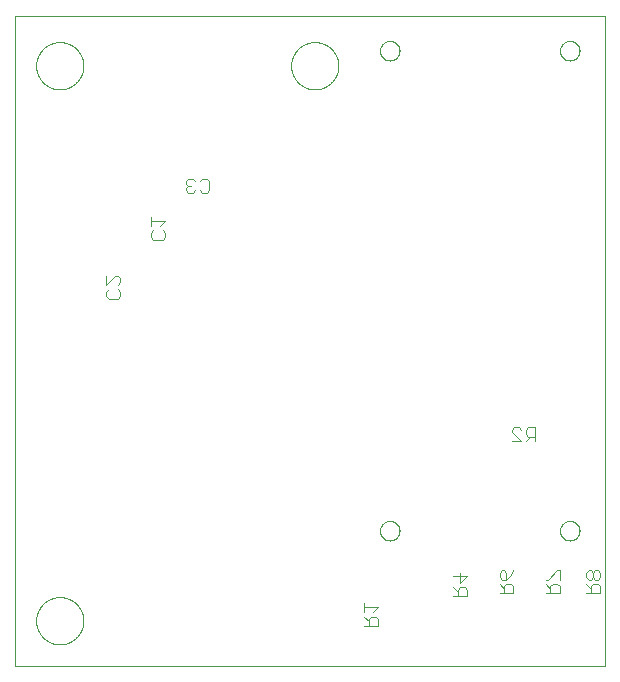
<source format=gbo>
G75*
%MOIN*%
%OFA0B0*%
%FSLAX25Y25*%
%IPPOS*%
%LPD*%
%AMOC8*
5,1,8,0,0,1.08239X$1,22.5*
%
%ADD10C,0.00000*%
%ADD11C,0.00400*%
D10*
X0001425Y0001000D02*
X0001425Y0217535D01*
X0198276Y0217535D01*
X0198276Y0001000D01*
X0001425Y0001000D01*
X0008551Y0016000D02*
X0008553Y0016193D01*
X0008560Y0016386D01*
X0008572Y0016579D01*
X0008589Y0016772D01*
X0008610Y0016964D01*
X0008636Y0017155D01*
X0008667Y0017346D01*
X0008702Y0017536D01*
X0008742Y0017725D01*
X0008787Y0017913D01*
X0008836Y0018100D01*
X0008890Y0018286D01*
X0008948Y0018470D01*
X0009011Y0018653D01*
X0009079Y0018834D01*
X0009150Y0019013D01*
X0009227Y0019191D01*
X0009307Y0019367D01*
X0009392Y0019540D01*
X0009481Y0019712D01*
X0009574Y0019881D01*
X0009671Y0020048D01*
X0009773Y0020213D01*
X0009878Y0020375D01*
X0009987Y0020534D01*
X0010101Y0020691D01*
X0010218Y0020844D01*
X0010338Y0020995D01*
X0010463Y0021143D01*
X0010591Y0021288D01*
X0010722Y0021429D01*
X0010857Y0021568D01*
X0010996Y0021703D01*
X0011137Y0021834D01*
X0011282Y0021962D01*
X0011430Y0022087D01*
X0011581Y0022207D01*
X0011734Y0022324D01*
X0011891Y0022438D01*
X0012050Y0022547D01*
X0012212Y0022652D01*
X0012377Y0022754D01*
X0012544Y0022851D01*
X0012713Y0022944D01*
X0012885Y0023033D01*
X0013058Y0023118D01*
X0013234Y0023198D01*
X0013412Y0023275D01*
X0013591Y0023346D01*
X0013772Y0023414D01*
X0013955Y0023477D01*
X0014139Y0023535D01*
X0014325Y0023589D01*
X0014512Y0023638D01*
X0014700Y0023683D01*
X0014889Y0023723D01*
X0015079Y0023758D01*
X0015270Y0023789D01*
X0015461Y0023815D01*
X0015653Y0023836D01*
X0015846Y0023853D01*
X0016039Y0023865D01*
X0016232Y0023872D01*
X0016425Y0023874D01*
X0016618Y0023872D01*
X0016811Y0023865D01*
X0017004Y0023853D01*
X0017197Y0023836D01*
X0017389Y0023815D01*
X0017580Y0023789D01*
X0017771Y0023758D01*
X0017961Y0023723D01*
X0018150Y0023683D01*
X0018338Y0023638D01*
X0018525Y0023589D01*
X0018711Y0023535D01*
X0018895Y0023477D01*
X0019078Y0023414D01*
X0019259Y0023346D01*
X0019438Y0023275D01*
X0019616Y0023198D01*
X0019792Y0023118D01*
X0019965Y0023033D01*
X0020137Y0022944D01*
X0020306Y0022851D01*
X0020473Y0022754D01*
X0020638Y0022652D01*
X0020800Y0022547D01*
X0020959Y0022438D01*
X0021116Y0022324D01*
X0021269Y0022207D01*
X0021420Y0022087D01*
X0021568Y0021962D01*
X0021713Y0021834D01*
X0021854Y0021703D01*
X0021993Y0021568D01*
X0022128Y0021429D01*
X0022259Y0021288D01*
X0022387Y0021143D01*
X0022512Y0020995D01*
X0022632Y0020844D01*
X0022749Y0020691D01*
X0022863Y0020534D01*
X0022972Y0020375D01*
X0023077Y0020213D01*
X0023179Y0020048D01*
X0023276Y0019881D01*
X0023369Y0019712D01*
X0023458Y0019540D01*
X0023543Y0019367D01*
X0023623Y0019191D01*
X0023700Y0019013D01*
X0023771Y0018834D01*
X0023839Y0018653D01*
X0023902Y0018470D01*
X0023960Y0018286D01*
X0024014Y0018100D01*
X0024063Y0017913D01*
X0024108Y0017725D01*
X0024148Y0017536D01*
X0024183Y0017346D01*
X0024214Y0017155D01*
X0024240Y0016964D01*
X0024261Y0016772D01*
X0024278Y0016579D01*
X0024290Y0016386D01*
X0024297Y0016193D01*
X0024299Y0016000D01*
X0024297Y0015807D01*
X0024290Y0015614D01*
X0024278Y0015421D01*
X0024261Y0015228D01*
X0024240Y0015036D01*
X0024214Y0014845D01*
X0024183Y0014654D01*
X0024148Y0014464D01*
X0024108Y0014275D01*
X0024063Y0014087D01*
X0024014Y0013900D01*
X0023960Y0013714D01*
X0023902Y0013530D01*
X0023839Y0013347D01*
X0023771Y0013166D01*
X0023700Y0012987D01*
X0023623Y0012809D01*
X0023543Y0012633D01*
X0023458Y0012460D01*
X0023369Y0012288D01*
X0023276Y0012119D01*
X0023179Y0011952D01*
X0023077Y0011787D01*
X0022972Y0011625D01*
X0022863Y0011466D01*
X0022749Y0011309D01*
X0022632Y0011156D01*
X0022512Y0011005D01*
X0022387Y0010857D01*
X0022259Y0010712D01*
X0022128Y0010571D01*
X0021993Y0010432D01*
X0021854Y0010297D01*
X0021713Y0010166D01*
X0021568Y0010038D01*
X0021420Y0009913D01*
X0021269Y0009793D01*
X0021116Y0009676D01*
X0020959Y0009562D01*
X0020800Y0009453D01*
X0020638Y0009348D01*
X0020473Y0009246D01*
X0020306Y0009149D01*
X0020137Y0009056D01*
X0019965Y0008967D01*
X0019792Y0008882D01*
X0019616Y0008802D01*
X0019438Y0008725D01*
X0019259Y0008654D01*
X0019078Y0008586D01*
X0018895Y0008523D01*
X0018711Y0008465D01*
X0018525Y0008411D01*
X0018338Y0008362D01*
X0018150Y0008317D01*
X0017961Y0008277D01*
X0017771Y0008242D01*
X0017580Y0008211D01*
X0017389Y0008185D01*
X0017197Y0008164D01*
X0017004Y0008147D01*
X0016811Y0008135D01*
X0016618Y0008128D01*
X0016425Y0008126D01*
X0016232Y0008128D01*
X0016039Y0008135D01*
X0015846Y0008147D01*
X0015653Y0008164D01*
X0015461Y0008185D01*
X0015270Y0008211D01*
X0015079Y0008242D01*
X0014889Y0008277D01*
X0014700Y0008317D01*
X0014512Y0008362D01*
X0014325Y0008411D01*
X0014139Y0008465D01*
X0013955Y0008523D01*
X0013772Y0008586D01*
X0013591Y0008654D01*
X0013412Y0008725D01*
X0013234Y0008802D01*
X0013058Y0008882D01*
X0012885Y0008967D01*
X0012713Y0009056D01*
X0012544Y0009149D01*
X0012377Y0009246D01*
X0012212Y0009348D01*
X0012050Y0009453D01*
X0011891Y0009562D01*
X0011734Y0009676D01*
X0011581Y0009793D01*
X0011430Y0009913D01*
X0011282Y0010038D01*
X0011137Y0010166D01*
X0010996Y0010297D01*
X0010857Y0010432D01*
X0010722Y0010571D01*
X0010591Y0010712D01*
X0010463Y0010857D01*
X0010338Y0011005D01*
X0010218Y0011156D01*
X0010101Y0011309D01*
X0009987Y0011466D01*
X0009878Y0011625D01*
X0009773Y0011787D01*
X0009671Y0011952D01*
X0009574Y0012119D01*
X0009481Y0012288D01*
X0009392Y0012460D01*
X0009307Y0012633D01*
X0009227Y0012809D01*
X0009150Y0012987D01*
X0009079Y0013166D01*
X0009011Y0013347D01*
X0008948Y0013530D01*
X0008890Y0013714D01*
X0008836Y0013900D01*
X0008787Y0014087D01*
X0008742Y0014275D01*
X0008702Y0014464D01*
X0008667Y0014654D01*
X0008636Y0014845D01*
X0008610Y0015036D01*
X0008589Y0015228D01*
X0008572Y0015421D01*
X0008560Y0015614D01*
X0008553Y0015807D01*
X0008551Y0016000D01*
X0123175Y0046000D02*
X0123177Y0046113D01*
X0123183Y0046227D01*
X0123193Y0046340D01*
X0123207Y0046452D01*
X0123224Y0046564D01*
X0123246Y0046676D01*
X0123272Y0046786D01*
X0123301Y0046896D01*
X0123334Y0047004D01*
X0123371Y0047112D01*
X0123412Y0047217D01*
X0123456Y0047322D01*
X0123504Y0047425D01*
X0123555Y0047526D01*
X0123610Y0047625D01*
X0123669Y0047722D01*
X0123731Y0047817D01*
X0123796Y0047910D01*
X0123864Y0048001D01*
X0123935Y0048089D01*
X0124010Y0048175D01*
X0124087Y0048258D01*
X0124167Y0048338D01*
X0124250Y0048415D01*
X0124336Y0048490D01*
X0124424Y0048561D01*
X0124515Y0048629D01*
X0124608Y0048694D01*
X0124703Y0048756D01*
X0124800Y0048815D01*
X0124899Y0048870D01*
X0125000Y0048921D01*
X0125103Y0048969D01*
X0125208Y0049013D01*
X0125313Y0049054D01*
X0125421Y0049091D01*
X0125529Y0049124D01*
X0125639Y0049153D01*
X0125749Y0049179D01*
X0125861Y0049201D01*
X0125973Y0049218D01*
X0126085Y0049232D01*
X0126198Y0049242D01*
X0126312Y0049248D01*
X0126425Y0049250D01*
X0126538Y0049248D01*
X0126652Y0049242D01*
X0126765Y0049232D01*
X0126877Y0049218D01*
X0126989Y0049201D01*
X0127101Y0049179D01*
X0127211Y0049153D01*
X0127321Y0049124D01*
X0127429Y0049091D01*
X0127537Y0049054D01*
X0127642Y0049013D01*
X0127747Y0048969D01*
X0127850Y0048921D01*
X0127951Y0048870D01*
X0128050Y0048815D01*
X0128147Y0048756D01*
X0128242Y0048694D01*
X0128335Y0048629D01*
X0128426Y0048561D01*
X0128514Y0048490D01*
X0128600Y0048415D01*
X0128683Y0048338D01*
X0128763Y0048258D01*
X0128840Y0048175D01*
X0128915Y0048089D01*
X0128986Y0048001D01*
X0129054Y0047910D01*
X0129119Y0047817D01*
X0129181Y0047722D01*
X0129240Y0047625D01*
X0129295Y0047526D01*
X0129346Y0047425D01*
X0129394Y0047322D01*
X0129438Y0047217D01*
X0129479Y0047112D01*
X0129516Y0047004D01*
X0129549Y0046896D01*
X0129578Y0046786D01*
X0129604Y0046676D01*
X0129626Y0046564D01*
X0129643Y0046452D01*
X0129657Y0046340D01*
X0129667Y0046227D01*
X0129673Y0046113D01*
X0129675Y0046000D01*
X0129673Y0045887D01*
X0129667Y0045773D01*
X0129657Y0045660D01*
X0129643Y0045548D01*
X0129626Y0045436D01*
X0129604Y0045324D01*
X0129578Y0045214D01*
X0129549Y0045104D01*
X0129516Y0044996D01*
X0129479Y0044888D01*
X0129438Y0044783D01*
X0129394Y0044678D01*
X0129346Y0044575D01*
X0129295Y0044474D01*
X0129240Y0044375D01*
X0129181Y0044278D01*
X0129119Y0044183D01*
X0129054Y0044090D01*
X0128986Y0043999D01*
X0128915Y0043911D01*
X0128840Y0043825D01*
X0128763Y0043742D01*
X0128683Y0043662D01*
X0128600Y0043585D01*
X0128514Y0043510D01*
X0128426Y0043439D01*
X0128335Y0043371D01*
X0128242Y0043306D01*
X0128147Y0043244D01*
X0128050Y0043185D01*
X0127951Y0043130D01*
X0127850Y0043079D01*
X0127747Y0043031D01*
X0127642Y0042987D01*
X0127537Y0042946D01*
X0127429Y0042909D01*
X0127321Y0042876D01*
X0127211Y0042847D01*
X0127101Y0042821D01*
X0126989Y0042799D01*
X0126877Y0042782D01*
X0126765Y0042768D01*
X0126652Y0042758D01*
X0126538Y0042752D01*
X0126425Y0042750D01*
X0126312Y0042752D01*
X0126198Y0042758D01*
X0126085Y0042768D01*
X0125973Y0042782D01*
X0125861Y0042799D01*
X0125749Y0042821D01*
X0125639Y0042847D01*
X0125529Y0042876D01*
X0125421Y0042909D01*
X0125313Y0042946D01*
X0125208Y0042987D01*
X0125103Y0043031D01*
X0125000Y0043079D01*
X0124899Y0043130D01*
X0124800Y0043185D01*
X0124703Y0043244D01*
X0124608Y0043306D01*
X0124515Y0043371D01*
X0124424Y0043439D01*
X0124336Y0043510D01*
X0124250Y0043585D01*
X0124167Y0043662D01*
X0124087Y0043742D01*
X0124010Y0043825D01*
X0123935Y0043911D01*
X0123864Y0043999D01*
X0123796Y0044090D01*
X0123731Y0044183D01*
X0123669Y0044278D01*
X0123610Y0044375D01*
X0123555Y0044474D01*
X0123504Y0044575D01*
X0123456Y0044678D01*
X0123412Y0044783D01*
X0123371Y0044888D01*
X0123334Y0044996D01*
X0123301Y0045104D01*
X0123272Y0045214D01*
X0123246Y0045324D01*
X0123224Y0045436D01*
X0123207Y0045548D01*
X0123193Y0045660D01*
X0123183Y0045773D01*
X0123177Y0045887D01*
X0123175Y0046000D01*
X0183175Y0046000D02*
X0183177Y0046113D01*
X0183183Y0046227D01*
X0183193Y0046340D01*
X0183207Y0046452D01*
X0183224Y0046564D01*
X0183246Y0046676D01*
X0183272Y0046786D01*
X0183301Y0046896D01*
X0183334Y0047004D01*
X0183371Y0047112D01*
X0183412Y0047217D01*
X0183456Y0047322D01*
X0183504Y0047425D01*
X0183555Y0047526D01*
X0183610Y0047625D01*
X0183669Y0047722D01*
X0183731Y0047817D01*
X0183796Y0047910D01*
X0183864Y0048001D01*
X0183935Y0048089D01*
X0184010Y0048175D01*
X0184087Y0048258D01*
X0184167Y0048338D01*
X0184250Y0048415D01*
X0184336Y0048490D01*
X0184424Y0048561D01*
X0184515Y0048629D01*
X0184608Y0048694D01*
X0184703Y0048756D01*
X0184800Y0048815D01*
X0184899Y0048870D01*
X0185000Y0048921D01*
X0185103Y0048969D01*
X0185208Y0049013D01*
X0185313Y0049054D01*
X0185421Y0049091D01*
X0185529Y0049124D01*
X0185639Y0049153D01*
X0185749Y0049179D01*
X0185861Y0049201D01*
X0185973Y0049218D01*
X0186085Y0049232D01*
X0186198Y0049242D01*
X0186312Y0049248D01*
X0186425Y0049250D01*
X0186538Y0049248D01*
X0186652Y0049242D01*
X0186765Y0049232D01*
X0186877Y0049218D01*
X0186989Y0049201D01*
X0187101Y0049179D01*
X0187211Y0049153D01*
X0187321Y0049124D01*
X0187429Y0049091D01*
X0187537Y0049054D01*
X0187642Y0049013D01*
X0187747Y0048969D01*
X0187850Y0048921D01*
X0187951Y0048870D01*
X0188050Y0048815D01*
X0188147Y0048756D01*
X0188242Y0048694D01*
X0188335Y0048629D01*
X0188426Y0048561D01*
X0188514Y0048490D01*
X0188600Y0048415D01*
X0188683Y0048338D01*
X0188763Y0048258D01*
X0188840Y0048175D01*
X0188915Y0048089D01*
X0188986Y0048001D01*
X0189054Y0047910D01*
X0189119Y0047817D01*
X0189181Y0047722D01*
X0189240Y0047625D01*
X0189295Y0047526D01*
X0189346Y0047425D01*
X0189394Y0047322D01*
X0189438Y0047217D01*
X0189479Y0047112D01*
X0189516Y0047004D01*
X0189549Y0046896D01*
X0189578Y0046786D01*
X0189604Y0046676D01*
X0189626Y0046564D01*
X0189643Y0046452D01*
X0189657Y0046340D01*
X0189667Y0046227D01*
X0189673Y0046113D01*
X0189675Y0046000D01*
X0189673Y0045887D01*
X0189667Y0045773D01*
X0189657Y0045660D01*
X0189643Y0045548D01*
X0189626Y0045436D01*
X0189604Y0045324D01*
X0189578Y0045214D01*
X0189549Y0045104D01*
X0189516Y0044996D01*
X0189479Y0044888D01*
X0189438Y0044783D01*
X0189394Y0044678D01*
X0189346Y0044575D01*
X0189295Y0044474D01*
X0189240Y0044375D01*
X0189181Y0044278D01*
X0189119Y0044183D01*
X0189054Y0044090D01*
X0188986Y0043999D01*
X0188915Y0043911D01*
X0188840Y0043825D01*
X0188763Y0043742D01*
X0188683Y0043662D01*
X0188600Y0043585D01*
X0188514Y0043510D01*
X0188426Y0043439D01*
X0188335Y0043371D01*
X0188242Y0043306D01*
X0188147Y0043244D01*
X0188050Y0043185D01*
X0187951Y0043130D01*
X0187850Y0043079D01*
X0187747Y0043031D01*
X0187642Y0042987D01*
X0187537Y0042946D01*
X0187429Y0042909D01*
X0187321Y0042876D01*
X0187211Y0042847D01*
X0187101Y0042821D01*
X0186989Y0042799D01*
X0186877Y0042782D01*
X0186765Y0042768D01*
X0186652Y0042758D01*
X0186538Y0042752D01*
X0186425Y0042750D01*
X0186312Y0042752D01*
X0186198Y0042758D01*
X0186085Y0042768D01*
X0185973Y0042782D01*
X0185861Y0042799D01*
X0185749Y0042821D01*
X0185639Y0042847D01*
X0185529Y0042876D01*
X0185421Y0042909D01*
X0185313Y0042946D01*
X0185208Y0042987D01*
X0185103Y0043031D01*
X0185000Y0043079D01*
X0184899Y0043130D01*
X0184800Y0043185D01*
X0184703Y0043244D01*
X0184608Y0043306D01*
X0184515Y0043371D01*
X0184424Y0043439D01*
X0184336Y0043510D01*
X0184250Y0043585D01*
X0184167Y0043662D01*
X0184087Y0043742D01*
X0184010Y0043825D01*
X0183935Y0043911D01*
X0183864Y0043999D01*
X0183796Y0044090D01*
X0183731Y0044183D01*
X0183669Y0044278D01*
X0183610Y0044375D01*
X0183555Y0044474D01*
X0183504Y0044575D01*
X0183456Y0044678D01*
X0183412Y0044783D01*
X0183371Y0044888D01*
X0183334Y0044996D01*
X0183301Y0045104D01*
X0183272Y0045214D01*
X0183246Y0045324D01*
X0183224Y0045436D01*
X0183207Y0045548D01*
X0183193Y0045660D01*
X0183183Y0045773D01*
X0183177Y0045887D01*
X0183175Y0046000D01*
X0093551Y0201000D02*
X0093553Y0201193D01*
X0093560Y0201386D01*
X0093572Y0201579D01*
X0093589Y0201772D01*
X0093610Y0201964D01*
X0093636Y0202155D01*
X0093667Y0202346D01*
X0093702Y0202536D01*
X0093742Y0202725D01*
X0093787Y0202913D01*
X0093836Y0203100D01*
X0093890Y0203286D01*
X0093948Y0203470D01*
X0094011Y0203653D01*
X0094079Y0203834D01*
X0094150Y0204013D01*
X0094227Y0204191D01*
X0094307Y0204367D01*
X0094392Y0204540D01*
X0094481Y0204712D01*
X0094574Y0204881D01*
X0094671Y0205048D01*
X0094773Y0205213D01*
X0094878Y0205375D01*
X0094987Y0205534D01*
X0095101Y0205691D01*
X0095218Y0205844D01*
X0095338Y0205995D01*
X0095463Y0206143D01*
X0095591Y0206288D01*
X0095722Y0206429D01*
X0095857Y0206568D01*
X0095996Y0206703D01*
X0096137Y0206834D01*
X0096282Y0206962D01*
X0096430Y0207087D01*
X0096581Y0207207D01*
X0096734Y0207324D01*
X0096891Y0207438D01*
X0097050Y0207547D01*
X0097212Y0207652D01*
X0097377Y0207754D01*
X0097544Y0207851D01*
X0097713Y0207944D01*
X0097885Y0208033D01*
X0098058Y0208118D01*
X0098234Y0208198D01*
X0098412Y0208275D01*
X0098591Y0208346D01*
X0098772Y0208414D01*
X0098955Y0208477D01*
X0099139Y0208535D01*
X0099325Y0208589D01*
X0099512Y0208638D01*
X0099700Y0208683D01*
X0099889Y0208723D01*
X0100079Y0208758D01*
X0100270Y0208789D01*
X0100461Y0208815D01*
X0100653Y0208836D01*
X0100846Y0208853D01*
X0101039Y0208865D01*
X0101232Y0208872D01*
X0101425Y0208874D01*
X0101618Y0208872D01*
X0101811Y0208865D01*
X0102004Y0208853D01*
X0102197Y0208836D01*
X0102389Y0208815D01*
X0102580Y0208789D01*
X0102771Y0208758D01*
X0102961Y0208723D01*
X0103150Y0208683D01*
X0103338Y0208638D01*
X0103525Y0208589D01*
X0103711Y0208535D01*
X0103895Y0208477D01*
X0104078Y0208414D01*
X0104259Y0208346D01*
X0104438Y0208275D01*
X0104616Y0208198D01*
X0104792Y0208118D01*
X0104965Y0208033D01*
X0105137Y0207944D01*
X0105306Y0207851D01*
X0105473Y0207754D01*
X0105638Y0207652D01*
X0105800Y0207547D01*
X0105959Y0207438D01*
X0106116Y0207324D01*
X0106269Y0207207D01*
X0106420Y0207087D01*
X0106568Y0206962D01*
X0106713Y0206834D01*
X0106854Y0206703D01*
X0106993Y0206568D01*
X0107128Y0206429D01*
X0107259Y0206288D01*
X0107387Y0206143D01*
X0107512Y0205995D01*
X0107632Y0205844D01*
X0107749Y0205691D01*
X0107863Y0205534D01*
X0107972Y0205375D01*
X0108077Y0205213D01*
X0108179Y0205048D01*
X0108276Y0204881D01*
X0108369Y0204712D01*
X0108458Y0204540D01*
X0108543Y0204367D01*
X0108623Y0204191D01*
X0108700Y0204013D01*
X0108771Y0203834D01*
X0108839Y0203653D01*
X0108902Y0203470D01*
X0108960Y0203286D01*
X0109014Y0203100D01*
X0109063Y0202913D01*
X0109108Y0202725D01*
X0109148Y0202536D01*
X0109183Y0202346D01*
X0109214Y0202155D01*
X0109240Y0201964D01*
X0109261Y0201772D01*
X0109278Y0201579D01*
X0109290Y0201386D01*
X0109297Y0201193D01*
X0109299Y0201000D01*
X0109297Y0200807D01*
X0109290Y0200614D01*
X0109278Y0200421D01*
X0109261Y0200228D01*
X0109240Y0200036D01*
X0109214Y0199845D01*
X0109183Y0199654D01*
X0109148Y0199464D01*
X0109108Y0199275D01*
X0109063Y0199087D01*
X0109014Y0198900D01*
X0108960Y0198714D01*
X0108902Y0198530D01*
X0108839Y0198347D01*
X0108771Y0198166D01*
X0108700Y0197987D01*
X0108623Y0197809D01*
X0108543Y0197633D01*
X0108458Y0197460D01*
X0108369Y0197288D01*
X0108276Y0197119D01*
X0108179Y0196952D01*
X0108077Y0196787D01*
X0107972Y0196625D01*
X0107863Y0196466D01*
X0107749Y0196309D01*
X0107632Y0196156D01*
X0107512Y0196005D01*
X0107387Y0195857D01*
X0107259Y0195712D01*
X0107128Y0195571D01*
X0106993Y0195432D01*
X0106854Y0195297D01*
X0106713Y0195166D01*
X0106568Y0195038D01*
X0106420Y0194913D01*
X0106269Y0194793D01*
X0106116Y0194676D01*
X0105959Y0194562D01*
X0105800Y0194453D01*
X0105638Y0194348D01*
X0105473Y0194246D01*
X0105306Y0194149D01*
X0105137Y0194056D01*
X0104965Y0193967D01*
X0104792Y0193882D01*
X0104616Y0193802D01*
X0104438Y0193725D01*
X0104259Y0193654D01*
X0104078Y0193586D01*
X0103895Y0193523D01*
X0103711Y0193465D01*
X0103525Y0193411D01*
X0103338Y0193362D01*
X0103150Y0193317D01*
X0102961Y0193277D01*
X0102771Y0193242D01*
X0102580Y0193211D01*
X0102389Y0193185D01*
X0102197Y0193164D01*
X0102004Y0193147D01*
X0101811Y0193135D01*
X0101618Y0193128D01*
X0101425Y0193126D01*
X0101232Y0193128D01*
X0101039Y0193135D01*
X0100846Y0193147D01*
X0100653Y0193164D01*
X0100461Y0193185D01*
X0100270Y0193211D01*
X0100079Y0193242D01*
X0099889Y0193277D01*
X0099700Y0193317D01*
X0099512Y0193362D01*
X0099325Y0193411D01*
X0099139Y0193465D01*
X0098955Y0193523D01*
X0098772Y0193586D01*
X0098591Y0193654D01*
X0098412Y0193725D01*
X0098234Y0193802D01*
X0098058Y0193882D01*
X0097885Y0193967D01*
X0097713Y0194056D01*
X0097544Y0194149D01*
X0097377Y0194246D01*
X0097212Y0194348D01*
X0097050Y0194453D01*
X0096891Y0194562D01*
X0096734Y0194676D01*
X0096581Y0194793D01*
X0096430Y0194913D01*
X0096282Y0195038D01*
X0096137Y0195166D01*
X0095996Y0195297D01*
X0095857Y0195432D01*
X0095722Y0195571D01*
X0095591Y0195712D01*
X0095463Y0195857D01*
X0095338Y0196005D01*
X0095218Y0196156D01*
X0095101Y0196309D01*
X0094987Y0196466D01*
X0094878Y0196625D01*
X0094773Y0196787D01*
X0094671Y0196952D01*
X0094574Y0197119D01*
X0094481Y0197288D01*
X0094392Y0197460D01*
X0094307Y0197633D01*
X0094227Y0197809D01*
X0094150Y0197987D01*
X0094079Y0198166D01*
X0094011Y0198347D01*
X0093948Y0198530D01*
X0093890Y0198714D01*
X0093836Y0198900D01*
X0093787Y0199087D01*
X0093742Y0199275D01*
X0093702Y0199464D01*
X0093667Y0199654D01*
X0093636Y0199845D01*
X0093610Y0200036D01*
X0093589Y0200228D01*
X0093572Y0200421D01*
X0093560Y0200614D01*
X0093553Y0200807D01*
X0093551Y0201000D01*
X0123175Y0206000D02*
X0123177Y0206113D01*
X0123183Y0206227D01*
X0123193Y0206340D01*
X0123207Y0206452D01*
X0123224Y0206564D01*
X0123246Y0206676D01*
X0123272Y0206786D01*
X0123301Y0206896D01*
X0123334Y0207004D01*
X0123371Y0207112D01*
X0123412Y0207217D01*
X0123456Y0207322D01*
X0123504Y0207425D01*
X0123555Y0207526D01*
X0123610Y0207625D01*
X0123669Y0207722D01*
X0123731Y0207817D01*
X0123796Y0207910D01*
X0123864Y0208001D01*
X0123935Y0208089D01*
X0124010Y0208175D01*
X0124087Y0208258D01*
X0124167Y0208338D01*
X0124250Y0208415D01*
X0124336Y0208490D01*
X0124424Y0208561D01*
X0124515Y0208629D01*
X0124608Y0208694D01*
X0124703Y0208756D01*
X0124800Y0208815D01*
X0124899Y0208870D01*
X0125000Y0208921D01*
X0125103Y0208969D01*
X0125208Y0209013D01*
X0125313Y0209054D01*
X0125421Y0209091D01*
X0125529Y0209124D01*
X0125639Y0209153D01*
X0125749Y0209179D01*
X0125861Y0209201D01*
X0125973Y0209218D01*
X0126085Y0209232D01*
X0126198Y0209242D01*
X0126312Y0209248D01*
X0126425Y0209250D01*
X0126538Y0209248D01*
X0126652Y0209242D01*
X0126765Y0209232D01*
X0126877Y0209218D01*
X0126989Y0209201D01*
X0127101Y0209179D01*
X0127211Y0209153D01*
X0127321Y0209124D01*
X0127429Y0209091D01*
X0127537Y0209054D01*
X0127642Y0209013D01*
X0127747Y0208969D01*
X0127850Y0208921D01*
X0127951Y0208870D01*
X0128050Y0208815D01*
X0128147Y0208756D01*
X0128242Y0208694D01*
X0128335Y0208629D01*
X0128426Y0208561D01*
X0128514Y0208490D01*
X0128600Y0208415D01*
X0128683Y0208338D01*
X0128763Y0208258D01*
X0128840Y0208175D01*
X0128915Y0208089D01*
X0128986Y0208001D01*
X0129054Y0207910D01*
X0129119Y0207817D01*
X0129181Y0207722D01*
X0129240Y0207625D01*
X0129295Y0207526D01*
X0129346Y0207425D01*
X0129394Y0207322D01*
X0129438Y0207217D01*
X0129479Y0207112D01*
X0129516Y0207004D01*
X0129549Y0206896D01*
X0129578Y0206786D01*
X0129604Y0206676D01*
X0129626Y0206564D01*
X0129643Y0206452D01*
X0129657Y0206340D01*
X0129667Y0206227D01*
X0129673Y0206113D01*
X0129675Y0206000D01*
X0129673Y0205887D01*
X0129667Y0205773D01*
X0129657Y0205660D01*
X0129643Y0205548D01*
X0129626Y0205436D01*
X0129604Y0205324D01*
X0129578Y0205214D01*
X0129549Y0205104D01*
X0129516Y0204996D01*
X0129479Y0204888D01*
X0129438Y0204783D01*
X0129394Y0204678D01*
X0129346Y0204575D01*
X0129295Y0204474D01*
X0129240Y0204375D01*
X0129181Y0204278D01*
X0129119Y0204183D01*
X0129054Y0204090D01*
X0128986Y0203999D01*
X0128915Y0203911D01*
X0128840Y0203825D01*
X0128763Y0203742D01*
X0128683Y0203662D01*
X0128600Y0203585D01*
X0128514Y0203510D01*
X0128426Y0203439D01*
X0128335Y0203371D01*
X0128242Y0203306D01*
X0128147Y0203244D01*
X0128050Y0203185D01*
X0127951Y0203130D01*
X0127850Y0203079D01*
X0127747Y0203031D01*
X0127642Y0202987D01*
X0127537Y0202946D01*
X0127429Y0202909D01*
X0127321Y0202876D01*
X0127211Y0202847D01*
X0127101Y0202821D01*
X0126989Y0202799D01*
X0126877Y0202782D01*
X0126765Y0202768D01*
X0126652Y0202758D01*
X0126538Y0202752D01*
X0126425Y0202750D01*
X0126312Y0202752D01*
X0126198Y0202758D01*
X0126085Y0202768D01*
X0125973Y0202782D01*
X0125861Y0202799D01*
X0125749Y0202821D01*
X0125639Y0202847D01*
X0125529Y0202876D01*
X0125421Y0202909D01*
X0125313Y0202946D01*
X0125208Y0202987D01*
X0125103Y0203031D01*
X0125000Y0203079D01*
X0124899Y0203130D01*
X0124800Y0203185D01*
X0124703Y0203244D01*
X0124608Y0203306D01*
X0124515Y0203371D01*
X0124424Y0203439D01*
X0124336Y0203510D01*
X0124250Y0203585D01*
X0124167Y0203662D01*
X0124087Y0203742D01*
X0124010Y0203825D01*
X0123935Y0203911D01*
X0123864Y0203999D01*
X0123796Y0204090D01*
X0123731Y0204183D01*
X0123669Y0204278D01*
X0123610Y0204375D01*
X0123555Y0204474D01*
X0123504Y0204575D01*
X0123456Y0204678D01*
X0123412Y0204783D01*
X0123371Y0204888D01*
X0123334Y0204996D01*
X0123301Y0205104D01*
X0123272Y0205214D01*
X0123246Y0205324D01*
X0123224Y0205436D01*
X0123207Y0205548D01*
X0123193Y0205660D01*
X0123183Y0205773D01*
X0123177Y0205887D01*
X0123175Y0206000D01*
X0183175Y0206000D02*
X0183177Y0206113D01*
X0183183Y0206227D01*
X0183193Y0206340D01*
X0183207Y0206452D01*
X0183224Y0206564D01*
X0183246Y0206676D01*
X0183272Y0206786D01*
X0183301Y0206896D01*
X0183334Y0207004D01*
X0183371Y0207112D01*
X0183412Y0207217D01*
X0183456Y0207322D01*
X0183504Y0207425D01*
X0183555Y0207526D01*
X0183610Y0207625D01*
X0183669Y0207722D01*
X0183731Y0207817D01*
X0183796Y0207910D01*
X0183864Y0208001D01*
X0183935Y0208089D01*
X0184010Y0208175D01*
X0184087Y0208258D01*
X0184167Y0208338D01*
X0184250Y0208415D01*
X0184336Y0208490D01*
X0184424Y0208561D01*
X0184515Y0208629D01*
X0184608Y0208694D01*
X0184703Y0208756D01*
X0184800Y0208815D01*
X0184899Y0208870D01*
X0185000Y0208921D01*
X0185103Y0208969D01*
X0185208Y0209013D01*
X0185313Y0209054D01*
X0185421Y0209091D01*
X0185529Y0209124D01*
X0185639Y0209153D01*
X0185749Y0209179D01*
X0185861Y0209201D01*
X0185973Y0209218D01*
X0186085Y0209232D01*
X0186198Y0209242D01*
X0186312Y0209248D01*
X0186425Y0209250D01*
X0186538Y0209248D01*
X0186652Y0209242D01*
X0186765Y0209232D01*
X0186877Y0209218D01*
X0186989Y0209201D01*
X0187101Y0209179D01*
X0187211Y0209153D01*
X0187321Y0209124D01*
X0187429Y0209091D01*
X0187537Y0209054D01*
X0187642Y0209013D01*
X0187747Y0208969D01*
X0187850Y0208921D01*
X0187951Y0208870D01*
X0188050Y0208815D01*
X0188147Y0208756D01*
X0188242Y0208694D01*
X0188335Y0208629D01*
X0188426Y0208561D01*
X0188514Y0208490D01*
X0188600Y0208415D01*
X0188683Y0208338D01*
X0188763Y0208258D01*
X0188840Y0208175D01*
X0188915Y0208089D01*
X0188986Y0208001D01*
X0189054Y0207910D01*
X0189119Y0207817D01*
X0189181Y0207722D01*
X0189240Y0207625D01*
X0189295Y0207526D01*
X0189346Y0207425D01*
X0189394Y0207322D01*
X0189438Y0207217D01*
X0189479Y0207112D01*
X0189516Y0207004D01*
X0189549Y0206896D01*
X0189578Y0206786D01*
X0189604Y0206676D01*
X0189626Y0206564D01*
X0189643Y0206452D01*
X0189657Y0206340D01*
X0189667Y0206227D01*
X0189673Y0206113D01*
X0189675Y0206000D01*
X0189673Y0205887D01*
X0189667Y0205773D01*
X0189657Y0205660D01*
X0189643Y0205548D01*
X0189626Y0205436D01*
X0189604Y0205324D01*
X0189578Y0205214D01*
X0189549Y0205104D01*
X0189516Y0204996D01*
X0189479Y0204888D01*
X0189438Y0204783D01*
X0189394Y0204678D01*
X0189346Y0204575D01*
X0189295Y0204474D01*
X0189240Y0204375D01*
X0189181Y0204278D01*
X0189119Y0204183D01*
X0189054Y0204090D01*
X0188986Y0203999D01*
X0188915Y0203911D01*
X0188840Y0203825D01*
X0188763Y0203742D01*
X0188683Y0203662D01*
X0188600Y0203585D01*
X0188514Y0203510D01*
X0188426Y0203439D01*
X0188335Y0203371D01*
X0188242Y0203306D01*
X0188147Y0203244D01*
X0188050Y0203185D01*
X0187951Y0203130D01*
X0187850Y0203079D01*
X0187747Y0203031D01*
X0187642Y0202987D01*
X0187537Y0202946D01*
X0187429Y0202909D01*
X0187321Y0202876D01*
X0187211Y0202847D01*
X0187101Y0202821D01*
X0186989Y0202799D01*
X0186877Y0202782D01*
X0186765Y0202768D01*
X0186652Y0202758D01*
X0186538Y0202752D01*
X0186425Y0202750D01*
X0186312Y0202752D01*
X0186198Y0202758D01*
X0186085Y0202768D01*
X0185973Y0202782D01*
X0185861Y0202799D01*
X0185749Y0202821D01*
X0185639Y0202847D01*
X0185529Y0202876D01*
X0185421Y0202909D01*
X0185313Y0202946D01*
X0185208Y0202987D01*
X0185103Y0203031D01*
X0185000Y0203079D01*
X0184899Y0203130D01*
X0184800Y0203185D01*
X0184703Y0203244D01*
X0184608Y0203306D01*
X0184515Y0203371D01*
X0184424Y0203439D01*
X0184336Y0203510D01*
X0184250Y0203585D01*
X0184167Y0203662D01*
X0184087Y0203742D01*
X0184010Y0203825D01*
X0183935Y0203911D01*
X0183864Y0203999D01*
X0183796Y0204090D01*
X0183731Y0204183D01*
X0183669Y0204278D01*
X0183610Y0204375D01*
X0183555Y0204474D01*
X0183504Y0204575D01*
X0183456Y0204678D01*
X0183412Y0204783D01*
X0183371Y0204888D01*
X0183334Y0204996D01*
X0183301Y0205104D01*
X0183272Y0205214D01*
X0183246Y0205324D01*
X0183224Y0205436D01*
X0183207Y0205548D01*
X0183193Y0205660D01*
X0183183Y0205773D01*
X0183177Y0205887D01*
X0183175Y0206000D01*
X0008551Y0201000D02*
X0008553Y0201193D01*
X0008560Y0201386D01*
X0008572Y0201579D01*
X0008589Y0201772D01*
X0008610Y0201964D01*
X0008636Y0202155D01*
X0008667Y0202346D01*
X0008702Y0202536D01*
X0008742Y0202725D01*
X0008787Y0202913D01*
X0008836Y0203100D01*
X0008890Y0203286D01*
X0008948Y0203470D01*
X0009011Y0203653D01*
X0009079Y0203834D01*
X0009150Y0204013D01*
X0009227Y0204191D01*
X0009307Y0204367D01*
X0009392Y0204540D01*
X0009481Y0204712D01*
X0009574Y0204881D01*
X0009671Y0205048D01*
X0009773Y0205213D01*
X0009878Y0205375D01*
X0009987Y0205534D01*
X0010101Y0205691D01*
X0010218Y0205844D01*
X0010338Y0205995D01*
X0010463Y0206143D01*
X0010591Y0206288D01*
X0010722Y0206429D01*
X0010857Y0206568D01*
X0010996Y0206703D01*
X0011137Y0206834D01*
X0011282Y0206962D01*
X0011430Y0207087D01*
X0011581Y0207207D01*
X0011734Y0207324D01*
X0011891Y0207438D01*
X0012050Y0207547D01*
X0012212Y0207652D01*
X0012377Y0207754D01*
X0012544Y0207851D01*
X0012713Y0207944D01*
X0012885Y0208033D01*
X0013058Y0208118D01*
X0013234Y0208198D01*
X0013412Y0208275D01*
X0013591Y0208346D01*
X0013772Y0208414D01*
X0013955Y0208477D01*
X0014139Y0208535D01*
X0014325Y0208589D01*
X0014512Y0208638D01*
X0014700Y0208683D01*
X0014889Y0208723D01*
X0015079Y0208758D01*
X0015270Y0208789D01*
X0015461Y0208815D01*
X0015653Y0208836D01*
X0015846Y0208853D01*
X0016039Y0208865D01*
X0016232Y0208872D01*
X0016425Y0208874D01*
X0016618Y0208872D01*
X0016811Y0208865D01*
X0017004Y0208853D01*
X0017197Y0208836D01*
X0017389Y0208815D01*
X0017580Y0208789D01*
X0017771Y0208758D01*
X0017961Y0208723D01*
X0018150Y0208683D01*
X0018338Y0208638D01*
X0018525Y0208589D01*
X0018711Y0208535D01*
X0018895Y0208477D01*
X0019078Y0208414D01*
X0019259Y0208346D01*
X0019438Y0208275D01*
X0019616Y0208198D01*
X0019792Y0208118D01*
X0019965Y0208033D01*
X0020137Y0207944D01*
X0020306Y0207851D01*
X0020473Y0207754D01*
X0020638Y0207652D01*
X0020800Y0207547D01*
X0020959Y0207438D01*
X0021116Y0207324D01*
X0021269Y0207207D01*
X0021420Y0207087D01*
X0021568Y0206962D01*
X0021713Y0206834D01*
X0021854Y0206703D01*
X0021993Y0206568D01*
X0022128Y0206429D01*
X0022259Y0206288D01*
X0022387Y0206143D01*
X0022512Y0205995D01*
X0022632Y0205844D01*
X0022749Y0205691D01*
X0022863Y0205534D01*
X0022972Y0205375D01*
X0023077Y0205213D01*
X0023179Y0205048D01*
X0023276Y0204881D01*
X0023369Y0204712D01*
X0023458Y0204540D01*
X0023543Y0204367D01*
X0023623Y0204191D01*
X0023700Y0204013D01*
X0023771Y0203834D01*
X0023839Y0203653D01*
X0023902Y0203470D01*
X0023960Y0203286D01*
X0024014Y0203100D01*
X0024063Y0202913D01*
X0024108Y0202725D01*
X0024148Y0202536D01*
X0024183Y0202346D01*
X0024214Y0202155D01*
X0024240Y0201964D01*
X0024261Y0201772D01*
X0024278Y0201579D01*
X0024290Y0201386D01*
X0024297Y0201193D01*
X0024299Y0201000D01*
X0024297Y0200807D01*
X0024290Y0200614D01*
X0024278Y0200421D01*
X0024261Y0200228D01*
X0024240Y0200036D01*
X0024214Y0199845D01*
X0024183Y0199654D01*
X0024148Y0199464D01*
X0024108Y0199275D01*
X0024063Y0199087D01*
X0024014Y0198900D01*
X0023960Y0198714D01*
X0023902Y0198530D01*
X0023839Y0198347D01*
X0023771Y0198166D01*
X0023700Y0197987D01*
X0023623Y0197809D01*
X0023543Y0197633D01*
X0023458Y0197460D01*
X0023369Y0197288D01*
X0023276Y0197119D01*
X0023179Y0196952D01*
X0023077Y0196787D01*
X0022972Y0196625D01*
X0022863Y0196466D01*
X0022749Y0196309D01*
X0022632Y0196156D01*
X0022512Y0196005D01*
X0022387Y0195857D01*
X0022259Y0195712D01*
X0022128Y0195571D01*
X0021993Y0195432D01*
X0021854Y0195297D01*
X0021713Y0195166D01*
X0021568Y0195038D01*
X0021420Y0194913D01*
X0021269Y0194793D01*
X0021116Y0194676D01*
X0020959Y0194562D01*
X0020800Y0194453D01*
X0020638Y0194348D01*
X0020473Y0194246D01*
X0020306Y0194149D01*
X0020137Y0194056D01*
X0019965Y0193967D01*
X0019792Y0193882D01*
X0019616Y0193802D01*
X0019438Y0193725D01*
X0019259Y0193654D01*
X0019078Y0193586D01*
X0018895Y0193523D01*
X0018711Y0193465D01*
X0018525Y0193411D01*
X0018338Y0193362D01*
X0018150Y0193317D01*
X0017961Y0193277D01*
X0017771Y0193242D01*
X0017580Y0193211D01*
X0017389Y0193185D01*
X0017197Y0193164D01*
X0017004Y0193147D01*
X0016811Y0193135D01*
X0016618Y0193128D01*
X0016425Y0193126D01*
X0016232Y0193128D01*
X0016039Y0193135D01*
X0015846Y0193147D01*
X0015653Y0193164D01*
X0015461Y0193185D01*
X0015270Y0193211D01*
X0015079Y0193242D01*
X0014889Y0193277D01*
X0014700Y0193317D01*
X0014512Y0193362D01*
X0014325Y0193411D01*
X0014139Y0193465D01*
X0013955Y0193523D01*
X0013772Y0193586D01*
X0013591Y0193654D01*
X0013412Y0193725D01*
X0013234Y0193802D01*
X0013058Y0193882D01*
X0012885Y0193967D01*
X0012713Y0194056D01*
X0012544Y0194149D01*
X0012377Y0194246D01*
X0012212Y0194348D01*
X0012050Y0194453D01*
X0011891Y0194562D01*
X0011734Y0194676D01*
X0011581Y0194793D01*
X0011430Y0194913D01*
X0011282Y0195038D01*
X0011137Y0195166D01*
X0010996Y0195297D01*
X0010857Y0195432D01*
X0010722Y0195571D01*
X0010591Y0195712D01*
X0010463Y0195857D01*
X0010338Y0196005D01*
X0010218Y0196156D01*
X0010101Y0196309D01*
X0009987Y0196466D01*
X0009878Y0196625D01*
X0009773Y0196787D01*
X0009671Y0196952D01*
X0009574Y0197119D01*
X0009481Y0197288D01*
X0009392Y0197460D01*
X0009307Y0197633D01*
X0009227Y0197809D01*
X0009150Y0197987D01*
X0009079Y0198166D01*
X0009011Y0198347D01*
X0008948Y0198530D01*
X0008890Y0198714D01*
X0008836Y0198900D01*
X0008787Y0199087D01*
X0008742Y0199275D01*
X0008702Y0199464D01*
X0008667Y0199654D01*
X0008636Y0199845D01*
X0008610Y0200036D01*
X0008589Y0200228D01*
X0008572Y0200421D01*
X0008560Y0200614D01*
X0008553Y0200807D01*
X0008551Y0201000D01*
D11*
X0046842Y0150743D02*
X0046842Y0147674D01*
X0046842Y0149209D02*
X0051446Y0149209D01*
X0049911Y0147674D01*
X0050678Y0146139D02*
X0051446Y0145372D01*
X0051446Y0143837D01*
X0050678Y0143070D01*
X0047609Y0143070D01*
X0046842Y0143837D01*
X0046842Y0145372D01*
X0047609Y0146139D01*
X0059319Y0158661D02*
X0058552Y0159428D01*
X0058552Y0160195D01*
X0059319Y0160963D01*
X0060087Y0160963D01*
X0059319Y0160963D02*
X0058552Y0161730D01*
X0058552Y0162497D01*
X0059319Y0163265D01*
X0060854Y0163265D01*
X0061621Y0162497D01*
X0063156Y0162497D02*
X0063923Y0163265D01*
X0065458Y0163265D01*
X0066225Y0162497D01*
X0066225Y0159428D01*
X0065458Y0158661D01*
X0063923Y0158661D01*
X0063156Y0159428D01*
X0061621Y0159428D02*
X0060854Y0158661D01*
X0059319Y0158661D01*
X0035757Y0131063D02*
X0036524Y0130296D01*
X0036524Y0128761D01*
X0035757Y0127994D01*
X0035757Y0126459D02*
X0036524Y0125692D01*
X0036524Y0124157D01*
X0035757Y0123390D01*
X0032688Y0123390D01*
X0031920Y0124157D01*
X0031920Y0125692D01*
X0032688Y0126459D01*
X0031920Y0127994D02*
X0034990Y0131063D01*
X0035757Y0131063D01*
X0031920Y0131063D02*
X0031920Y0127994D01*
X0117846Y0021983D02*
X0117846Y0018914D01*
X0117846Y0017380D02*
X0119380Y0015845D01*
X0119380Y0016612D02*
X0119380Y0014310D01*
X0117846Y0014310D02*
X0122450Y0014310D01*
X0122450Y0016612D01*
X0121682Y0017380D01*
X0120148Y0017380D01*
X0119380Y0016612D01*
X0120915Y0018914D02*
X0122450Y0020449D01*
X0117846Y0020449D01*
X0147649Y0024113D02*
X0152253Y0024113D01*
X0152253Y0026415D01*
X0151485Y0027183D01*
X0149951Y0027183D01*
X0149183Y0026415D01*
X0149183Y0024113D01*
X0149183Y0025648D02*
X0147649Y0027183D01*
X0149951Y0028717D02*
X0149951Y0031787D01*
X0152253Y0031019D02*
X0149951Y0028717D01*
X0147649Y0031019D02*
X0152253Y0031019D01*
X0163003Y0030508D02*
X0163003Y0032043D01*
X0163770Y0032810D01*
X0164538Y0032810D01*
X0165305Y0032043D01*
X0165305Y0029741D01*
X0163770Y0029741D01*
X0163003Y0030508D01*
X0163003Y0028206D02*
X0164538Y0026672D01*
X0164538Y0027439D02*
X0164538Y0025137D01*
X0163003Y0025137D02*
X0167607Y0025137D01*
X0167607Y0027439D01*
X0166840Y0028206D01*
X0165305Y0028206D01*
X0164538Y0027439D01*
X0165305Y0029741D02*
X0166840Y0031276D01*
X0167607Y0032810D01*
X0178436Y0029741D02*
X0179204Y0029741D01*
X0182273Y0032810D01*
X0183040Y0032810D01*
X0183040Y0029741D01*
X0182273Y0028206D02*
X0180738Y0028206D01*
X0179971Y0027439D01*
X0179971Y0025137D01*
X0179971Y0026672D02*
X0178436Y0028206D01*
X0178436Y0025137D02*
X0183040Y0025137D01*
X0183040Y0027439D01*
X0182273Y0028206D01*
X0191901Y0028206D02*
X0193435Y0026672D01*
X0193435Y0027439D02*
X0193435Y0025137D01*
X0191901Y0025137D02*
X0196505Y0025137D01*
X0196505Y0027439D01*
X0195737Y0028206D01*
X0194203Y0028206D01*
X0193435Y0027439D01*
X0193435Y0029741D02*
X0194203Y0030508D01*
X0194203Y0032043D01*
X0193435Y0032810D01*
X0192668Y0032810D01*
X0191901Y0032043D01*
X0191901Y0030508D01*
X0192668Y0029741D01*
X0193435Y0029741D01*
X0194203Y0030508D02*
X0194970Y0029741D01*
X0195737Y0029741D01*
X0196505Y0030508D01*
X0196505Y0032043D01*
X0195737Y0032810D01*
X0194970Y0032810D01*
X0194203Y0032043D01*
X0174783Y0075865D02*
X0174783Y0080469D01*
X0172481Y0080469D01*
X0171714Y0079702D01*
X0171714Y0078167D01*
X0172481Y0077400D01*
X0174783Y0077400D01*
X0173249Y0077400D02*
X0171714Y0075865D01*
X0170180Y0075865D02*
X0167110Y0078935D01*
X0167110Y0079702D01*
X0167878Y0080469D01*
X0169412Y0080469D01*
X0170180Y0079702D01*
X0170180Y0075865D02*
X0167110Y0075865D01*
M02*

</source>
